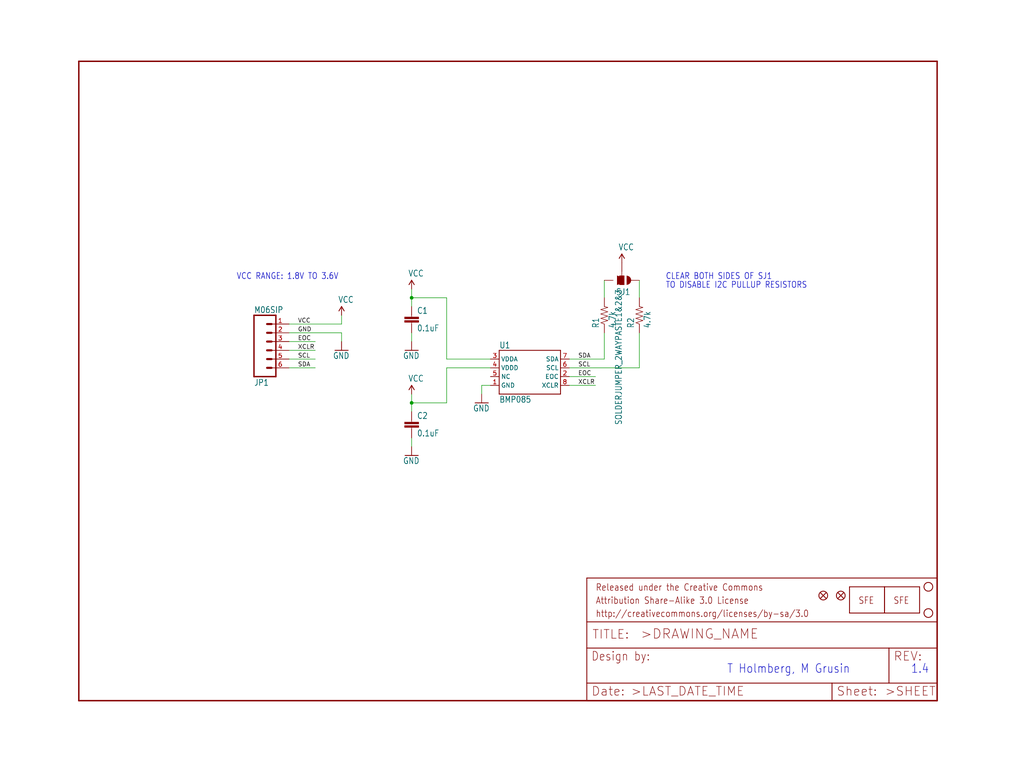
<source format=kicad_sch>
(kicad_sch (version 20211123) (generator eeschema)
  (paper "User" 297.002 223.926)
  (lib_symbols
    (symbol "eagleSchem-eagle-import:BMP085"
      (property "Value" "BMP085" (at -7.62 -10.16 0))
      (symbol "BMP085_1_0"
        (polyline (pts (xy -7.62 -7.62) (xy -7.62 5.08)) (stroke (width 0.254)))
        (polyline (pts (xy -7.62 5.08) (xy 10.16 5.08)) (stroke (width 0.254)))
        (polyline (pts (xy 10.16 -7.62) (xy -7.62 -7.62)) (stroke (width 0.254)))
        (polyline (pts (xy 10.16 5.08) (xy 10.16 -7.62)) (stroke (width 0.254)))
        (pin power_in line (at -10.16 -5.08 0) (length 2.54) (name "GND") (number "1"))
        (pin output line (at 12.7 -2.54 180) (length 2.54) (name "EOC") (number "2"))
        (pin power_in line (at -10.16 2.54 0) (length 2.54) (name "VDDA") (number "3"))
        (pin power_in line (at -10.16 0 0) (length 2.54) (name "VDDD") (number "4"))
        (pin bidirectional line (at -10.16 -2.54 0) (length 2.54) (name "NC") (number "5"))
        (pin input line (at 12.7 0 180) (length 2.54) (name "SCL") (number "6"))
        (pin bidirectional line (at 12.7 2.54 180) (length 2.54) (name "SDA") (number "7"))
        (pin input line (at 12.7 -5.08 180) (length 2.54) (name "XCLR") (number "8"))
      )
    )
    (symbol "eagleSchem-eagle-import:CAP0402-CAP"
      (property "Reference" "C" (at 1.524 2.921 0))
      (property "Value" "CAP0402-CAP" (at 1.524 -2.159 0))
      (symbol "CAP0402-CAP_1_0"
        (rectangle (start -2.032 0.508) (end 2.032 1.016) (fill (type outline)))
        (rectangle (start -2.032 1.524) (end 2.032 2.032) (fill (type outline)))
        (polyline (pts (xy 0 0) (xy 0 0.508)) (stroke (width 0.1524)))
        (polyline (pts (xy 0 2.54) (xy 0 2.032)) (stroke (width 0.1524)))
        (pin passive line (at 0 5.08 270) (length 2.54) (name "1") (number "1"))
        (pin passive line (at 0 -2.54 90) (length 2.54) (name "2") (number "2"))
      )
    )
    (symbol "eagleSchem-eagle-import:FIDUCIALUFIDUCIAL"
      (symbol "FIDUCIALUFIDUCIAL_1_0"
        (polyline (pts (xy -0.762 0.762) (xy 0.762 -0.762)) (stroke (width 0.254)))
        (polyline (pts (xy 0.762 0.762) (xy -0.762 -0.762)) (stroke (width 0.254)))
        (circle (center 0 0) (radius 1.27) (stroke (width 0.254)))
      )
    )
    (symbol "eagleSchem-eagle-import:FRAME-LETTER"
      (symbol "FRAME-LETTER_1_0"
        (polyline (pts (xy 0 0) (xy 248.92 0)) (stroke (width 0.4064)))
        (polyline (pts (xy 0 185.42) (xy 0 0)) (stroke (width 0.4064)))
        (polyline (pts (xy 0 185.42) (xy 248.92 185.42)) (stroke (width 0.4064)))
        (polyline (pts (xy 248.92 185.42) (xy 248.92 0)) (stroke (width 0.4064)))
      )
      (symbol "FRAME-LETTER_2_0"
        (polyline (pts (xy 0 0) (xy 0 5.08)) (stroke (width 0.254)))
        (polyline (pts (xy 0 0) (xy 71.12 0)) (stroke (width 0.254)))
        (polyline (pts (xy 0 5.08) (xy 0 15.24)) (stroke (width 0.254)))
        (polyline (pts (xy 0 5.08) (xy 71.12 5.08)) (stroke (width 0.254)))
        (polyline (pts (xy 0 15.24) (xy 0 22.86)) (stroke (width 0.254)))
        (polyline (pts (xy 0 22.86) (xy 0 35.56)) (stroke (width 0.254)))
        (polyline (pts (xy 0 22.86) (xy 101.6 22.86)) (stroke (width 0.254)))
        (polyline (pts (xy 71.12 0) (xy 101.6 0)) (stroke (width 0.254)))
        (polyline (pts (xy 71.12 5.08) (xy 71.12 0)) (stroke (width 0.254)))
        (polyline (pts (xy 71.12 5.08) (xy 87.63 5.08)) (stroke (width 0.254)))
        (polyline (pts (xy 87.63 5.08) (xy 101.6 5.08)) (stroke (width 0.254)))
        (polyline (pts (xy 87.63 15.24) (xy 0 15.24)) (stroke (width 0.254)))
        (polyline (pts (xy 87.63 15.24) (xy 87.63 5.08)) (stroke (width 0.254)))
        (polyline (pts (xy 101.6 5.08) (xy 101.6 0)) (stroke (width 0.254)))
        (polyline (pts (xy 101.6 15.24) (xy 87.63 15.24)) (stroke (width 0.254)))
        (polyline (pts (xy 101.6 15.24) (xy 101.6 5.08)) (stroke (width 0.254)))
        (polyline (pts (xy 101.6 22.86) (xy 101.6 15.24)) (stroke (width 0.254)))
        (polyline (pts (xy 101.6 35.56) (xy 0 35.56)) (stroke (width 0.254)))
        (polyline (pts (xy 101.6 35.56) (xy 101.6 22.86)) (stroke (width 0.254)))
        (text ">DRAWING_NAME" (at 15.494 17.78 0) (effects (font (size 2.7432 2.7432)) (justify left bottom)))
        (text ">LAST_DATE_TIME" (at 12.7 1.27 0) (effects (font (size 2.54 2.54)) (justify left bottom)))
        (text ">SHEET" (at 86.36 1.27 0) (effects (font (size 2.54 2.54)) (justify left bottom)))
        (text "Attribution Share-Alike 3.0 License" (at 2.54 27.94 0) (effects (font (size 1.9304 1.6408)) (justify left bottom)))
        (text "Date:" (at 1.27 1.27 0) (effects (font (size 2.54 2.54)) (justify left bottom)))
        (text "Design by:" (at 1.27 11.43 0) (effects (font (size 2.54 2.159)) (justify left bottom)))
        (text "http://creativecommons.org/licenses/by-sa/3.0" (at 2.54 24.13 0) (effects (font (size 1.9304 1.6408)) (justify left bottom)))
        (text "Released under the Creative Commons" (at 2.54 31.75 0) (effects (font (size 1.9304 1.6408)) (justify left bottom)))
        (text "REV:" (at 88.9 11.43 0) (effects (font (size 2.54 2.54)) (justify left bottom)))
        (text "Sheet:" (at 72.39 1.27 0) (effects (font (size 2.54 2.54)) (justify left bottom)))
        (text "TITLE:" (at 1.524 17.78 0) (effects (font (size 2.54 2.54)) (justify left bottom)))
      )
    )
    (symbol "eagleSchem-eagle-import:GND" (power)
      (property "Value" "GND" (at -2.54 -2.54 0))
      (symbol "GND_1_0"
        (polyline (pts (xy -1.905 0) (xy 1.905 0)) (stroke (width 0.254)))
        (pin power_in line (at 0 2.54 270) (length 2.54) (name "GND") (number "1"))
      )
    )
    (symbol "eagleSchem-eagle-import:LOGO-SFENW2"
      (symbol "LOGO-SFENW2_1_0"
        (polyline (pts (xy -2.54 -2.54) (xy 7.62 -2.54)) (stroke (width 0.254)))
        (polyline (pts (xy -2.54 5.08) (xy -2.54 -2.54)) (stroke (width 0.254)))
        (polyline (pts (xy 7.62 -2.54) (xy 7.62 5.08)) (stroke (width 0.254)))
        (polyline (pts (xy 7.62 5.08) (xy -2.54 5.08)) (stroke (width 0.254)))
        (text "SFE" (at 0 0 0) (effects (font (size 1.9304 1.6408)) (justify left bottom)))
      )
    )
    (symbol "eagleSchem-eagle-import:LOGO-SFESK"
      (symbol "LOGO-SFESK_1_0"
        (polyline (pts (xy -2.54 -2.54) (xy 7.62 -2.54)) (stroke (width 0.254)))
        (polyline (pts (xy -2.54 5.08) (xy -2.54 -2.54)) (stroke (width 0.254)))
        (polyline (pts (xy 7.62 -2.54) (xy 7.62 5.08)) (stroke (width 0.254)))
        (polyline (pts (xy 7.62 5.08) (xy -2.54 5.08)) (stroke (width 0.254)))
        (text "SFE" (at 0 0 0) (effects (font (size 1.9304 1.6408)) (justify left bottom)))
      )
    )
    (symbol "eagleSchem-eagle-import:M06SIP"
      (property "Reference" "JP" (at -5.08 10.922 0))
      (property "Value" "M06SIP" (at -5.08 -10.16 0))
      (symbol "M06SIP_1_0"
        (polyline (pts (xy -5.08 10.16) (xy -5.08 -7.62)) (stroke (width 0.4064)))
        (polyline (pts (xy -5.08 10.16) (xy 1.27 10.16)) (stroke (width 0.4064)))
        (polyline (pts (xy -1.27 -5.08) (xy 0 -5.08)) (stroke (width 0.6096)))
        (polyline (pts (xy -1.27 -2.54) (xy 0 -2.54)) (stroke (width 0.6096)))
        (polyline (pts (xy -1.27 0) (xy 0 0)) (stroke (width 0.6096)))
        (polyline (pts (xy -1.27 2.54) (xy 0 2.54)) (stroke (width 0.6096)))
        (polyline (pts (xy -1.27 5.08) (xy 0 5.08)) (stroke (width 0.6096)))
        (polyline (pts (xy -1.27 7.62) (xy 0 7.62)) (stroke (width 0.6096)))
        (polyline (pts (xy 1.27 -7.62) (xy -5.08 -7.62)) (stroke (width 0.4064)))
        (polyline (pts (xy 1.27 -7.62) (xy 1.27 10.16)) (stroke (width 0.4064)))
        (pin passive line (at 5.08 -5.08 180) (length 5.08) (name "1") (number "1"))
        (pin passive line (at 5.08 -2.54 180) (length 5.08) (name "2") (number "2"))
        (pin passive line (at 5.08 0 180) (length 5.08) (name "3") (number "3"))
        (pin passive line (at 5.08 2.54 180) (length 5.08) (name "4") (number "4"))
        (pin passive line (at 5.08 5.08 180) (length 5.08) (name "5") (number "5"))
        (pin passive line (at 5.08 7.62 180) (length 5.08) (name "6") (number "6"))
      )
    )
    (symbol "eagleSchem-eagle-import:RESISTOR0402-RES"
      (property "Reference" "R" (at -3.81 1.4986 0))
      (property "Value" "RESISTOR0402-RES" (at -3.81 -3.302 0))
      (symbol "RESISTOR0402-RES_1_0"
        (polyline (pts (xy -2.54 0) (xy -2.159 1.016)) (stroke (width 0.1524)))
        (polyline (pts (xy -2.159 1.016) (xy -1.524 -1.016)) (stroke (width 0.1524)))
        (polyline (pts (xy -1.524 -1.016) (xy -0.889 1.016)) (stroke (width 0.1524)))
        (polyline (pts (xy -0.889 1.016) (xy -0.254 -1.016)) (stroke (width 0.1524)))
        (polyline (pts (xy -0.254 -1.016) (xy 0.381 1.016)) (stroke (width 0.1524)))
        (polyline (pts (xy 0.381 1.016) (xy 1.016 -1.016)) (stroke (width 0.1524)))
        (polyline (pts (xy 1.016 -1.016) (xy 1.651 1.016)) (stroke (width 0.1524)))
        (polyline (pts (xy 1.651 1.016) (xy 2.286 -1.016)) (stroke (width 0.1524)))
        (polyline (pts (xy 2.286 -1.016) (xy 2.54 0)) (stroke (width 0.1524)))
        (pin passive line (at -5.08 0 0) (length 2.54) (name "1") (number "1"))
        (pin passive line (at 5.08 0 180) (length 2.54) (name "2") (number "2"))
      )
    )
    (symbol "eagleSchem-eagle-import:SOLDERJUMPER_2WAYPASTE1&2&3"
      (property "Reference" "SJ" (at 2.54 0.381 0))
      (property "Value" "SOLDERJUMPER_2WAYPASTE1&2&3" (at 2.54 -1.905 0))
      (symbol "SOLDERJUMPER_2WAYPASTE1&2&3_1_0"
        (rectangle (start -1.27 -0.635) (end 1.27 0.635) (fill (type outline)))
        (polyline (pts (xy -2.54 0) (xy -1.27 0)) (stroke (width 0.1524)))
        (polyline (pts (xy -1.27 -0.635) (xy -1.27 0)) (stroke (width 0.1524)))
        (polyline (pts (xy -1.27 0) (xy -1.27 0.635)) (stroke (width 0.1524)))
        (polyline (pts (xy -1.27 0.635) (xy 1.27 0.635)) (stroke (width 0.1524)))
        (polyline (pts (xy 1.27 -0.635) (xy -1.27 -0.635)) (stroke (width 0.1524)))
        (polyline (pts (xy 1.27 0.635) (xy 1.27 -0.635)) (stroke (width 0.1524)))
        (arc (start 1.27 -1.397) (mid 0 -0.127) (end -1.27 -1.397) (stroke (width 0.0001)) (fill (type outline)))
        (arc (start 1.27 1.397) (mid 0 2.667) (end -1.27 1.397) (stroke (width 0.0001)) (fill (type outline)))
        (pin passive line (at 0 5.08 270) (length 2.54) (name "1") (number "1"))
        (pin passive line (at -5.08 0 0) (length 2.54) (name "2") (number "2"))
        (pin passive line (at 0 -5.08 90) (length 2.54) (name "3") (number "3"))
      )
    )
    (symbol "eagleSchem-eagle-import:STAND-OFF"
      (symbol "STAND-OFF_1_0"
        (circle (center 0 0) (radius 1.27) (stroke (width 0.254)))
      )
    )
    (symbol "eagleSchem-eagle-import:VCC" (power)
      (property "Value" "VCC" (at -1.016 3.556 0))
      (symbol "VCC_1_0"
        (polyline (pts (xy 0 2.54) (xy -0.762 1.27)) (stroke (width 0.254)))
        (polyline (pts (xy 0.762 1.27) (xy 0 2.54)) (stroke (width 0.254)))
        (pin power_in line (at 0 0 90) (length 2.54) (name "VCC") (number "1"))
      )
    )
  )
  (junction (at 119.38 116.84))
  (junction (at 119.38 86.36))
  (wire (pts (xy 99.06 93.98) (xy 99.06 91.44)))
  (wire (pts (xy 83.82 96.52) (xy 99.06 96.52)))
  (wire (pts (xy 83.82 99.06) (xy 91.44 99.06)))
  (wire (pts (xy 129.54 86.36) (xy 129.54 104.14)))
  (wire (pts (xy 175.26 104.14) (xy 175.26 96.52)))
  (wire (pts (xy 119.38 88.9) (xy 119.38 86.36)))
  (wire (pts (xy 129.54 86.36) (xy 119.38 86.36)))
  (wire (pts (xy 119.38 129.54) (xy 119.38 127)))
  (wire (pts (xy 83.82 93.98) (xy 99.06 93.98)))
  (wire (pts (xy 185.42 106.68) (xy 185.42 96.52)))
  (wire (pts (xy 119.38 86.36) (xy 119.38 83.82)))
  (wire (pts (xy 83.82 101.6) (xy 91.44 101.6)))
  (wire (pts (xy 139.7 111.76) (xy 139.7 114.3)))
  (wire (pts (xy 99.06 96.52) (xy 99.06 99.06)))
  (wire (pts (xy 165.1 104.14) (xy 175.26 104.14)))
  (wire (pts (xy 119.38 116.84) (xy 119.38 119.38)))
  (wire (pts (xy 165.1 109.22) (xy 172.72 109.22)))
  (wire (pts (xy 119.38 99.06) (xy 119.38 96.52)))
  (wire (pts (xy 175.26 81.28) (xy 175.26 86.36)))
  (wire (pts (xy 119.38 116.84) (xy 129.54 116.84)))
  (wire (pts (xy 142.24 111.76) (xy 139.7 111.76)))
  (wire (pts (xy 165.1 106.68) (xy 185.42 106.68)))
  (wire (pts (xy 142.24 104.14) (xy 129.54 104.14)))
  (wire (pts (xy 83.82 106.68) (xy 91.44 106.68)))
  (wire (pts (xy 83.82 104.14) (xy 91.44 104.14)))
  (wire (pts (xy 119.38 114.3) (xy 119.38 116.84)))
  (wire (pts (xy 129.54 116.84) (xy 129.54 106.68)))
  (wire (pts (xy 142.24 106.68) (xy 129.54 106.68)))
  (wire (pts (xy 185.42 86.36) (xy 185.42 81.28)))
  (wire (pts (xy 165.1 111.76) (xy 172.72 111.76)))
  (text "T Holmberg, M Grusin" (at 210.82 195.58 180) (effects (font (size 2.54 2.159)) (justify left bottom)))
  (text "CLEAR BOTH SIDES OF SJ1" (at 193.04 81.28 180) (effects (font (size 1.778 1.5113)) (justify left bottom)))
  (text "1.4" (at 264.16 195.58 180) (effects (font (size 2.54 2.159)) (justify left bottom)))
  (text "VCC RANGE: 1.8V TO 3.6V" (at 68.58 81.28 180) (effects (font (size 1.778 1.5113)) (justify left bottom)))
  (text "TO DISABLE I2C PULLUP RESISTORS" (at 193.04 83.82 180) (effects (font (size 1.778 1.5113)) (justify left bottom)))
  (label "XCLR" (at 167.64 111.76 0) (effects (font (size 1.2446 1.2446))))
  (label "GND" (at 86.36 96.52 0) (effects (font (size 1.2446 1.2446))))
  (label "VCC" (at 86.36 93.98 0) (effects (font (size 1.2446 1.2446))))
  (label "SDA" (at 167.64 104.14 0) (effects (font (size 1.2446 1.2446))))
  (label "SDA" (at 86.36 106.68 0) (effects (font (size 1.2446 1.2446))))
  (label "SCL" (at 86.36 104.14 0) (effects (font (size 1.2446 1.2446))))
  (label "SCL" (at 167.64 106.68 0) (effects (font (size 1.2446 1.2446))))
  (label "XCLR" (at 86.36 101.6 0) (effects (font (size 1.2446 1.2446))))
  (label "EOC" (at 167.64 109.22 0) (effects (font (size 1.2446 1.2446))))
  (label "EOC" (at 86.36 99.06 0) (effects (font (size 1.2446 1.2446))))
  (symbol (lib_id "eagleSchem-eagle-import:VCC") (at 119.38 114.3 0) (unit 1)
    (property "Reference" "#P+2" (effects hide))
    (property "Value" "VCC" (at 118.364 110.744 0) (effects (font (size 1.778 1.5113)) (justify left bottom)))
    (property "Footprint" "eagleSchem:" (effects hide))
  )
  (symbol (lib_id "eagleSchem-eagle-import:LOGO-SFESK") (at 248.92 175.26 0) (unit 1)
    (property "Reference" "LOGO1" (effects hide))
    (property "Value" "LOGO-SFESK" (effects hide))
    (property "Footprint" "eagleSchem:SFE-LOGO-FLAME" (effects hide))
  )
  (symbol (lib_id "eagleSchem-eagle-import:GND") (at 99.06 101.6 0) (unit 1)
    (property "Reference" "#GND4" (effects hide))
    (property "Value" "GND" (at 96.52 104.14 0) (effects (font (size 1.778 1.5113)) (justify left bottom)))
    (property "Footprint" "eagleSchem:" (effects hide))
  )
  (symbol (lib_id "eagleSchem-eagle-import:BMP085") (at 152.4 106.68 0) (unit 1)
    (property "Reference" "U1" (at 144.78 101.092 0) (effects (font (size 1.778 1.5113)) (justify left bottom)))
    (property "Value" "BMP085" (at 144.78 116.84 0) (effects (font (size 1.778 1.5113)) (justify left bottom)))
    (property "Footprint" "eagleSchem:BMP085" (effects hide))
  )
  (symbol (lib_id "eagleSchem-eagle-import:GND") (at 139.7 116.84 0) (unit 1)
    (property "Reference" "#GND3" (effects hide))
    (property "Value" "GND" (at 137.16 119.38 0) (effects (font (size 1.778 1.5113)) (justify left bottom)))
    (property "Footprint" "eagleSchem:" (effects hide))
  )
  (symbol (lib_id "eagleSchem-eagle-import:SOLDERJUMPER_2WAYPASTE1&2&3") (at 180.34 81.28 270) (unit 1)
    (property "Reference" "SJ1" (at 182.88 83.693 90) (effects (font (size 1.778 1.5113)) (justify right top)))
    (property "Value" "SOLDERJUMPER_2WAYPASTE1&2&3" (at 178.435 83.82 0) (effects (font (size 1.778 1.5113)) (justify left bottom)))
    (property "Footprint" "eagleSchem:SJ_3_PASTE1&2&3" (effects hide))
  )
  (symbol (lib_id "eagleSchem-eagle-import:CAP0402-CAP") (at 119.38 93.98 0) (unit 1)
    (property "Reference" "C1" (at 120.904 91.059 0) (effects (font (size 1.778 1.5113)) (justify left bottom)))
    (property "Value" "0.1uF" (at 120.904 96.139 0) (effects (font (size 1.778 1.5113)) (justify left bottom)))
    (property "Footprint" "eagleSchem:0402-CAP" (effects hide))
  )
  (symbol (lib_id "eagleSchem-eagle-import:STAND-OFF") (at 269.24 177.8 0) (unit 1)
    (property "Reference" "STANDOFF2" (effects hide))
    (property "Value" "STAND-OFF" (effects hide))
    (property "Footprint" "eagleSchem:STAND-OFF" (effects hide))
  )
  (symbol (lib_id "eagleSchem-eagle-import:STAND-OFF") (at 269.24 170.18 0) (unit 1)
    (property "Reference" "STANDOFF1" (effects hide))
    (property "Value" "STAND-OFF" (effects hide))
    (property "Footprint" "eagleSchem:STAND-OFF" (effects hide))
  )
  (symbol (lib_id "eagleSchem-eagle-import:CAP0402-CAP") (at 119.38 124.46 0) (unit 1)
    (property "Reference" "C2" (at 120.904 121.539 0) (effects (font (size 1.778 1.5113)) (justify left bottom)))
    (property "Value" "0.1uF" (at 120.904 126.619 0) (effects (font (size 1.778 1.5113)) (justify left bottom)))
    (property "Footprint" "eagleSchem:0402-CAP" (effects hide))
  )
  (symbol (lib_id "eagleSchem-eagle-import:RESISTOR0402-RES") (at 175.26 91.44 90) (unit 1)
    (property "Reference" "R1" (at 173.7614 95.25 0) (effects (font (size 1.778 1.5113)) (justify left bottom)))
    (property "Value" "4.7k" (at 178.562 95.25 0) (effects (font (size 1.778 1.5113)) (justify left bottom)))
    (property "Footprint" "eagleSchem:0402-RES" (effects hide))
  )
  (symbol (lib_id "eagleSchem-eagle-import:FIDUCIALUFIDUCIAL") (at 243.84 172.72 0) (unit 1)
    (property "Reference" "JP3" (effects hide))
    (property "Value" "FIDUCIALUFIDUCIAL" (effects hide))
    (property "Footprint" "eagleSchem:MICRO-FIDUCIAL" (effects hide))
  )
  (symbol (lib_id "eagleSchem-eagle-import:FRAME-LETTER") (at 170.18 203.2 0) (unit 2)
    (property "Reference" "#FRAME1" (effects hide))
    (property "Value" "FRAME-LETTER" (effects hide))
    (property "Footprint" "eagleSchem:" (effects hide))
  )
  (symbol (lib_id "eagleSchem-eagle-import:FRAME-LETTER") (at 22.86 203.2 0) (unit 1)
    (property "Reference" "#FRAME1" (effects hide))
    (property "Value" "FRAME-LETTER" (effects hide))
    (property "Footprint" "eagleSchem:" (effects hide))
  )
  (symbol (lib_id "eagleSchem-eagle-import:RESISTOR0402-RES") (at 185.42 91.44 90) (unit 1)
    (property "Reference" "R2" (at 183.9214 95.25 0) (effects (font (size 1.778 1.5113)) (justify left bottom)))
    (property "Value" "4.7k" (at 188.722 95.25 0) (effects (font (size 1.778 1.5113)) (justify left bottom)))
    (property "Footprint" "eagleSchem:0402-RES" (effects hide))
  )
  (symbol (lib_id "eagleSchem-eagle-import:LOGO-SFENW2") (at 259.08 175.26 0) (unit 1)
    (property "Reference" "JP2" (effects hide))
    (property "Value" "LOGO-SFENW2" (effects hide))
    (property "Footprint" "eagleSchem:SFE-NEW-WEB" (effects hide))
  )
  (symbol (lib_id "eagleSchem-eagle-import:VCC") (at 99.06 91.44 0) (unit 1)
    (property "Reference" "#P+4" (effects hide))
    (property "Value" "VCC" (at 98.044 87.884 0) (effects (font (size 1.778 1.5113)) (justify left bottom)))
    (property "Footprint" "eagleSchem:" (effects hide))
  )
  (symbol (lib_id "eagleSchem-eagle-import:M06SIP") (at 78.74 99.06 0) (mirror x) (unit 1)
    (property "Reference" "JP1" (at 73.66 109.982 0) (effects (font (size 1.778 1.5113)) (justify left bottom)))
    (property "Value" "M06SIP" (at 73.66 88.9 0) (effects (font (size 1.778 1.5113)) (justify left bottom)))
    (property "Footprint" "eagleSchem:1X06" (effects hide))
  )
  (symbol (lib_id "eagleSchem-eagle-import:VCC") (at 119.38 83.82 0) (unit 1)
    (property "Reference" "#P+1" (effects hide))
    (property "Value" "VCC" (at 118.364 80.264 0) (effects (font (size 1.778 1.5113)) (justify left bottom)))
    (property "Footprint" "eagleSchem:" (effects hide))
  )
  (symbol (lib_id "eagleSchem-eagle-import:GND") (at 119.38 101.6 0) (unit 1)
    (property "Reference" "#GND1" (effects hide))
    (property "Value" "GND" (at 116.84 104.14 0) (effects (font (size 1.778 1.5113)) (justify left bottom)))
    (property "Footprint" "eagleSchem:" (effects hide))
  )
  (symbol (lib_id "eagleSchem-eagle-import:GND") (at 119.38 132.08 0) (unit 1)
    (property "Reference" "#GND2" (effects hide))
    (property "Value" "GND" (at 116.84 134.62 0) (effects (font (size 1.778 1.5113)) (justify left bottom)))
    (property "Footprint" "eagleSchem:" (effects hide))
  )
  (symbol (lib_id "eagleSchem-eagle-import:FIDUCIALUFIDUCIAL") (at 238.76 172.72 0) (unit 1)
    (property "Reference" "JP4" (effects hide))
    (property "Value" "FIDUCIALUFIDUCIAL" (effects hide))
    (property "Footprint" "eagleSchem:MICRO-FIDUCIAL" (effects hide))
  )
  (symbol (lib_id "eagleSchem-eagle-import:VCC") (at 180.34 76.2 0) (unit 1)
    (property "Reference" "#P+3" (effects hide))
    (property "Value" "VCC" (at 179.324 72.644 0) (effects (font (size 1.778 1.5113)) (justify left bottom)))
    (property "Footprint" "eagleSchem:" (effects hide))
  )
)
</source>
